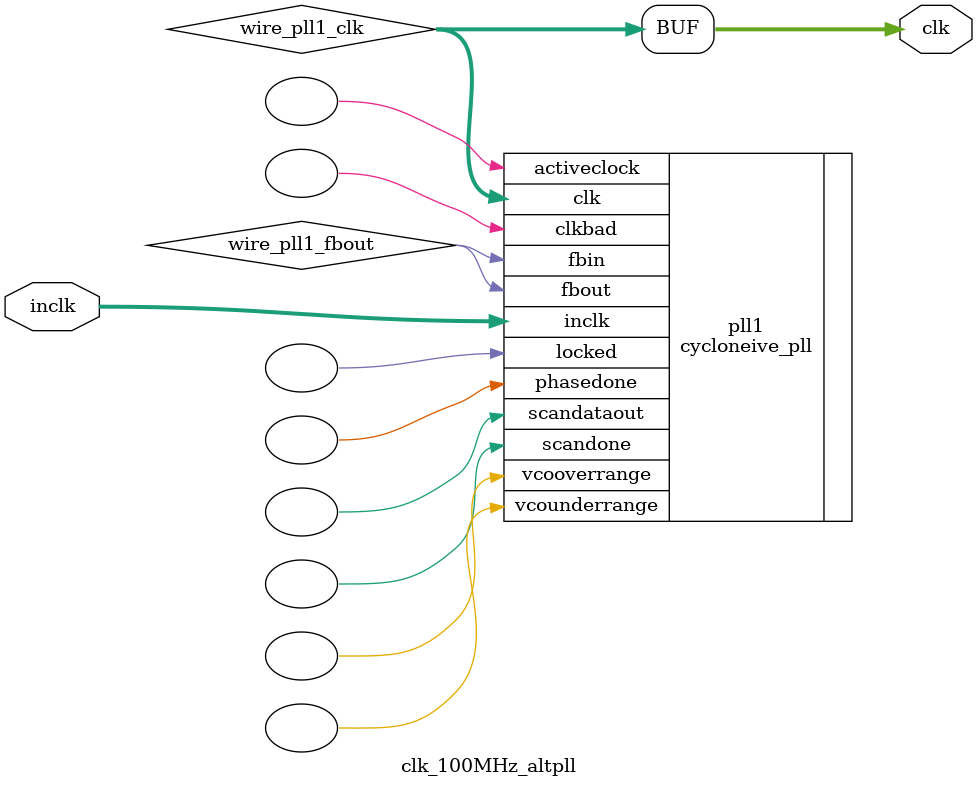
<source format=v>






//synthesis_resources = cycloneive_pll 1 
//synopsys translate_off
`timescale 1 ps / 1 ps
//synopsys translate_on
module  clk_100MHz_altpll
	( 
	clk,
	inclk) /* synthesis synthesis_clearbox=1 */;
	output   [4:0]  clk;
	input   [1:0]  inclk;
`ifndef ALTERA_RESERVED_QIS
// synopsys translate_off
`endif
	tri0   [1:0]  inclk;
`ifndef ALTERA_RESERVED_QIS
// synopsys translate_on
`endif

	wire  [4:0]   wire_pll1_clk;
	wire  wire_pll1_fbout;

	cycloneive_pll   pll1
	( 
	.activeclock(),
	.clk(wire_pll1_clk),
	.clkbad(),
	.fbin(wire_pll1_fbout),
	.fbout(wire_pll1_fbout),
	.inclk(inclk),
	.locked(),
	.phasedone(),
	.scandataout(),
	.scandone(),
	.vcooverrange(),
	.vcounderrange()
	`ifndef FORMAL_VERIFICATION
	// synopsys translate_off
	`endif
	,
	.areset(1'b0),
	.clkswitch(1'b0),
	.configupdate(1'b0),
	.pfdena(1'b1),
	.phasecounterselect({3{1'b0}}),
	.phasestep(1'b0),
	.phaseupdown(1'b0),
	.scanclk(1'b0),
	.scanclkena(1'b1),
	.scandata(1'b0)
	`ifndef FORMAL_VERIFICATION
	// synopsys translate_on
	`endif
	);
	defparam
		pll1.bandwidth_type = "auto",
		pll1.clk0_divide_by = 1,
		pll1.clk0_duty_cycle = 50,
		pll1.clk0_multiply_by = 2,
		pll1.clk0_phase_shift = "0",
		pll1.compensate_clock = "clk0",
		pll1.inclk0_input_frequency = 20000,
		pll1.operation_mode = "normal",
		pll1.pll_type = "auto",
		pll1.lpm_type = "cycloneive_pll";
	assign
		clk = {wire_pll1_clk[4:0]};
endmodule //clk_100MHz_altpll
//VALID FILE

</source>
